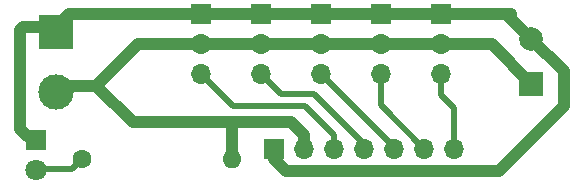
<source format=gbr>
G04 #@! TF.GenerationSoftware,KiCad,Pcbnew,(5.1.0)-1*
G04 #@! TF.CreationDate,2019-07-21T18:23:44+01:00*
G04 #@! TF.ProjectId,ServoBreakout,53657276-6f42-4726-9561-6b6f75742e6b,rev?*
G04 #@! TF.SameCoordinates,Original*
G04 #@! TF.FileFunction,Copper,L2,Bot*
G04 #@! TF.FilePolarity,Positive*
%FSLAX46Y46*%
G04 Gerber Fmt 4.6, Leading zero omitted, Abs format (unit mm)*
G04 Created by KiCad (PCBNEW (5.1.0)-1) date 2019-07-21 18:23:44*
%MOMM*%
%LPD*%
G04 APERTURE LIST*
%ADD10C,2.000000*%
%ADD11R,2.000000X2.000000*%
%ADD12C,1.800000*%
%ADD13R,1.800000X1.800000*%
%ADD14C,3.000000*%
%ADD15R,3.000000X3.000000*%
%ADD16O,1.600000X1.600000*%
%ADD17C,1.600000*%
%ADD18O,1.700000X1.700000*%
%ADD19R,1.700000X1.700000*%
%ADD20C,0.500000*%
%ADD21C,1.000000*%
G04 APERTURE END LIST*
D10*
X119951500Y-63573500D03*
D11*
X119951500Y-67373500D03*
D12*
X77978000Y-74676000D03*
D13*
X77978000Y-72136000D03*
D14*
X79692500Y-68072000D03*
D15*
X79692500Y-62992000D03*
D16*
X94615000Y-73787000D03*
D17*
X81915000Y-73787000D03*
D18*
X113411000Y-72898000D03*
X110871000Y-72898000D03*
X108331000Y-72898000D03*
X105791000Y-72898000D03*
X103251000Y-72898000D03*
X100711000Y-72898000D03*
D19*
X98171000Y-72898000D03*
D18*
X112268000Y-66548000D03*
X112268000Y-64008000D03*
D19*
X112268000Y-61468000D03*
D18*
X107188000Y-66548000D03*
X107188000Y-64008000D03*
D19*
X107188000Y-61468000D03*
D18*
X102108000Y-66548000D03*
X102108000Y-64008000D03*
D19*
X102108000Y-61468000D03*
D18*
X97028000Y-66548000D03*
X97028000Y-64008000D03*
D19*
X97028000Y-61468000D03*
D18*
X91948000Y-66548000D03*
X91948000Y-64008000D03*
D19*
X91948000Y-61468000D03*
D20*
X103251000Y-71695919D02*
X103251000Y-72898000D01*
X100833581Y-69278500D02*
X103251000Y-71695919D01*
X91948000Y-66548000D02*
X94678500Y-69278500D01*
X94678500Y-69278500D02*
X100833581Y-69278500D01*
D21*
X79756000Y-67547500D02*
X83138000Y-67547500D01*
X86677500Y-64008000D02*
X91948000Y-64008000D01*
X83138000Y-67547500D02*
X86677500Y-64008000D01*
X91948000Y-64008000D02*
X97028000Y-64008000D01*
X98230081Y-64008000D02*
X102108000Y-64008000D01*
X97028000Y-64008000D02*
X98230081Y-64008000D01*
X102108000Y-64008000D02*
X107188000Y-64008000D01*
X108390081Y-64008000D02*
X112268000Y-64008000D01*
X107188000Y-64008000D02*
X108390081Y-64008000D01*
X86202500Y-70612000D02*
X83138000Y-67547500D01*
X100711000Y-72898000D02*
X100711000Y-71695919D01*
X100711000Y-71695919D02*
X99627081Y-70612000D01*
X93408500Y-70612000D02*
X86202500Y-70612000D01*
X94615000Y-72655630D02*
X94615000Y-70612000D01*
X94615000Y-73787000D02*
X94615000Y-72655630D01*
X99627081Y-70612000D02*
X94615000Y-70612000D01*
X94615000Y-70612000D02*
X93408500Y-70612000D01*
X116586000Y-64008000D02*
X119951500Y-67373500D01*
X112268000Y-64008000D02*
X116586000Y-64008000D01*
X112268000Y-61468000D02*
X107188000Y-61468000D01*
X107188000Y-61468000D02*
X102108000Y-61468000D01*
X102108000Y-61468000D02*
X97028000Y-61468000D01*
X97028000Y-61468000D02*
X91948000Y-61468000D01*
X80835500Y-61468000D02*
X79756000Y-62547500D01*
X91948000Y-61468000D02*
X80835500Y-61468000D01*
X76644500Y-71183500D02*
X77279500Y-71818500D01*
X76644500Y-62801500D02*
X76644500Y-71183500D01*
X79756000Y-62547500D02*
X76898500Y-62547500D01*
X76898500Y-62547500D02*
X76644500Y-62801500D01*
X117846000Y-61468000D02*
X119951500Y-63573500D01*
X117538500Y-61468000D02*
X117846000Y-61468000D01*
X117538500Y-61468000D02*
X112268000Y-61468000D01*
X118237000Y-61468000D02*
X117538500Y-61468000D01*
X98171000Y-73787000D02*
X98171000Y-72898000D01*
X99187000Y-74803000D02*
X98171000Y-73787000D01*
X117179000Y-74803000D02*
X99187000Y-74803000D01*
X122682000Y-69300000D02*
X117179000Y-74803000D01*
X119951500Y-63573500D02*
X122682000Y-66304000D01*
X122682000Y-66304000D02*
X122682000Y-69300000D01*
D20*
X105791000Y-72517000D02*
X105791000Y-72898000D01*
X101536500Y-68262500D02*
X105791000Y-72517000D01*
X97028000Y-66548000D02*
X98742500Y-68262500D01*
X98742500Y-68262500D02*
X101536500Y-68262500D01*
X108331000Y-72771000D02*
X108331000Y-72898000D01*
X102108000Y-66548000D02*
X108331000Y-72771000D01*
X107188000Y-69215000D02*
X110871000Y-72898000D01*
X107188000Y-66548000D02*
X107188000Y-69215000D01*
X113411000Y-69469000D02*
X113411000Y-72898000D01*
X112268000Y-66548000D02*
X112268000Y-68326000D01*
X112268000Y-68326000D02*
X113411000Y-69469000D01*
X81089500Y-74612500D02*
X81915000Y-73787000D01*
X77978000Y-74295000D02*
X78295500Y-74612500D01*
X78295500Y-74612500D02*
X81089500Y-74612500D01*
M02*

</source>
